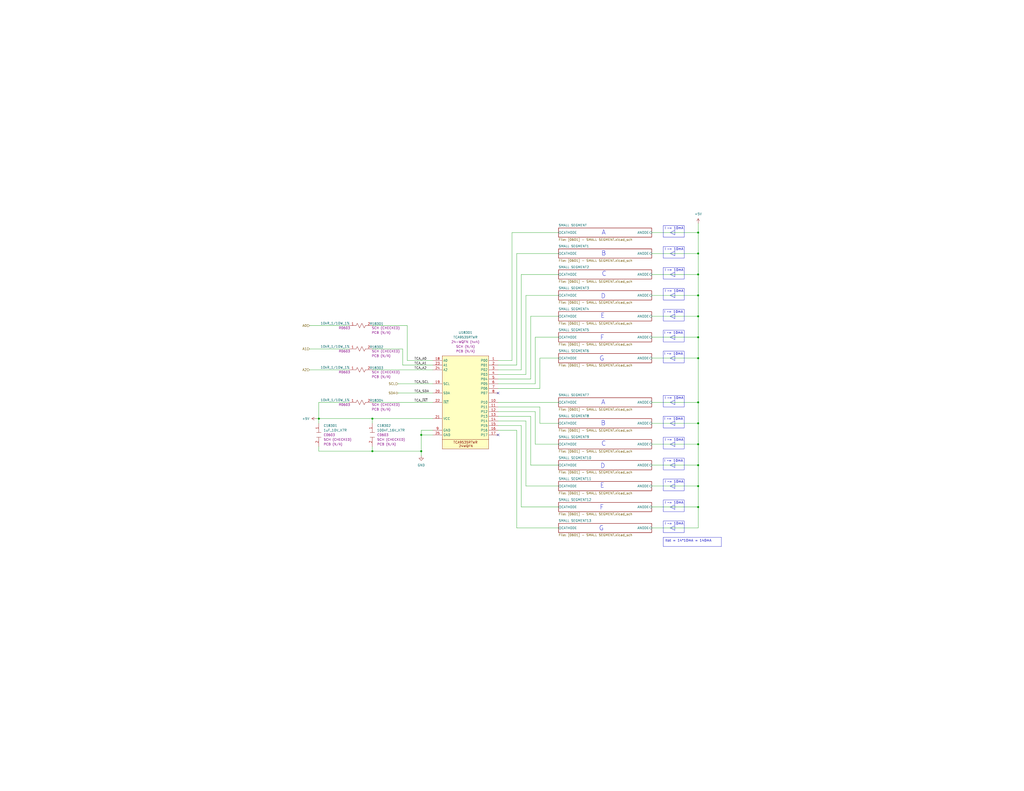
<source format=kicad_sch>
(kicad_sch (version 20231120) (generator "eeschema") (generator_version "8.0")
  (paper "C")
  (title_block (title "Mini-Scoreboard") (date "2024-07-11") (rev "v1.0") (company "Mend0z0") (comment 1 "v1.0") (comment 2 "PRELIMINARY") (comment 3 "Siavash Taher Parvar") (comment 4 "_BOM_Mini-Scoreboard_v1.0.html") (comment 5 "_PCB_Mini-Scoreboard_v1.0.kicad_pcb") (comment 6 "_GBR_Mini-Scoreboard_v1.0.zip") (comment 7 "_ASM_Mini-Scoreboard_v1.0.html") (comment 8 "n/A") (comment 9 "First Release"))
  (lib_symbols
    (symbol "_SCHLIB_Mini-Scoreboard:CAP_CER_100nF_16V_X7R_C0603"
      (property "Reference" "C" (at 3.302 4.318 0))
      (property "Value" "100nF_16V_X7R" (at 3.302 6.858 0))
      (property "Package" "C0603" (at 3.556 36.576 0))
      (property "SCH CHECK" "SCH (CHECKED)" (at 3.556 31.242 0))
      (property "PCB CHECK" "PCB (N/A)" (at 3.556 33.782 0))
      (symbol "CAP_CER_100nF_16V_X7R_C0603_0_0"
        (polyline (pts (xy 5.08 1.27) (xy 5.08 -1.27)))
        (polyline (pts (xy 7.62 1.27) (xy 7.62 -1.27)))
      )
      (symbol "CAP_CER_100nF_16V_X7R_C0603_1_1"
        (pin passive line (at 0 0 0) (length 5.08) (name "") (number "1"))
        (pin passive line (at 12.7 0 180) (length 5.08) (name "") (number "2"))
      )
    )
    (symbol "_SCHLIB_Mini-Scoreboard:CAP_CER_1uF_10V_X7R_C0603"
      (property "Reference" "C" (at 3.556 4.064 0))
      (property "Value" "1uF_10V_X7R" (at 3.81 6.604 0))
      (property "Package" "C0603" (at 3.81 35.306 0))
      (property "SCH CHECK" "SCH (CHECKED)" (at 3.81 29.972 0))
      (property "PCB CHECK" "PCB (N/A)" (at 3.81 32.512 0))
      (symbol "CAP_CER_1uF_10V_X7R_C0603_0_0"
        (polyline (pts (xy 5.08 1.27) (xy 5.08 -1.27)))
        (polyline (pts (xy 7.62 1.27) (xy 7.62 -1.27)))
      )
      (symbol "CAP_CER_1uF_10V_X7R_C0603_1_1"
        (pin passive line (at 0 0 0) (length 5.08) (name "") (number "1"))
        (pin passive line (at 12.7 0 180) (length 5.08) (name "") (number "2"))
      )
    )
    (symbol "_SCHLIB_Mini-Scoreboard:IC_I/O EXPANDER_TCA9535RTWR_16bits_I2C/SMBUS_5.5V_24-WQFN (4x4)"
      (property "Reference" "U" (at 3.556 4.064 0))
      (property "Value" "TCA9535RTWR" (at 3.81 6.604 0))
      (property "Package" "24-WQFN (4x4)" (at 3.81 35.306 0))
      (property "SCH CHECK" "SCH (N/A)" (at 3.81 29.972 0))
      (property "PCB CHECK" "PCB (N/A)" (at 3.81 32.512 0))
      (symbol "IC_I/O EXPANDER_TCA9535RTWR_16bits_I2C/SMBUS_5.5V_24-WQFN (4x4)_1_1"
        (polyline (pts (xy 0 -45.72) (xy 25.4 -45.72)))
        (rectangle (start 0 0) (end 25.4 -50.8) (fill (type background)))
        (text "24WQFN" (at 12.954 -49.276 0) (effects (font (size 1.27 1.27))))
        (text "TCA9535RTWR" (at 12.7 -47.244 0) (effects (font (size 1.27 1.27))))
        (pin passive line (at 30.48 -2.54 180) (length 5.08) (name "P00") (number "1"))
        (pin passive line (at 30.48 -25.4 180) (length 5.08) (name "P10") (number "10"))
        (pin passive line (at 30.48 -27.94 180) (length 5.08) (name "P11") (number "11"))
        (pin passive line (at 30.48 -30.48 180) (length 5.08) (name "P12") (number "12"))
        (pin passive line (at 30.48 -33.02 180) (length 5.08) (name "P13") (number "13"))
        (pin passive line (at 30.48 -35.56 180) (length 5.08) (name "P14") (number "14"))
        (pin passive line (at 30.48 -38.1 180) (length 5.08) (name "P15") (number "15"))
        (pin passive line (at 30.48 -40.64 180) (length 5.08) (name "P16") (number "16"))
        (pin passive line (at 30.48 -43.18 180) (length 5.08) (name "P17") (number "17"))
        (pin passive line (at -5.08 -2.54 0) (length 5.08) (name "A0") (number "18"))
        (pin passive line (at -5.08 -15.24 0) (length 5.08) (name "SCL") (number "19"))
        (pin passive line (at 30.48 -5.08 180) (length 5.08) (name "P01") (number "2"))
        (pin passive line (at -5.08 -20.32 0) (length 5.08) (name "SDA") (number "20"))
        (pin passive line (at -5.08 -34.29 0) (length 5.08) (name "VCC") (number "21"))
        (pin passive line (at -5.08 -25.4 0) (length 5.08) (name "~{INT}") (number "22"))
        (pin passive line (at -5.08 -5.08 0) (length 5.08) (name "A1") (number "23"))
        (pin passive line (at -5.08 -7.62 0) (length 5.08) (name "A2") (number "24"))
        (pin passive line (at -5.08 -43.18 0) (length 5.08) (name "GND") (number "25"))
        (pin passive line (at 30.48 -7.62 180) (length 5.08) (name "P02") (number "3"))
        (pin passive line (at 30.48 -10.16 180) (length 5.08) (name "P03") (number "4"))
        (pin passive line (at 30.48 -12.7 180) (length 5.08) (name "P04") (number "5"))
        (pin passive line (at 30.48 -15.24 180) (length 5.08) (name "P05") (number "6"))
        (pin passive line (at 30.48 -17.78 180) (length 5.08) (name "P06") (number "7"))
        (pin passive line (at 30.48 -20.32 180) (length 5.08) (name "P07") (number "8"))
        (pin passive line (at -5.08 -40.64 0) (length 5.08) (name "GND") (number "9"))
      )
    )
    (symbol "_SCHLIB_Mini-Scoreboard:RES_10kR_1/10W_1%_R0603"
      (property "Reference" "R" (at 3.302 4.572 0))
      (property "Value" "10kR_1/10W_1%" (at 3.302 6.858 0))
      (property "Package" "R0603" (at 3.302 31.242 0))
      (property "SCH CHECK" "SCH (CHECKED)" (at 3.302 26.67 0))
      (property "PCB CHECK" "PCB (N/A)" (at 3.302 28.956 0))
      (symbol "RES_10kR_1/10W_1%_R0603_0_0"
        (polyline (pts (xy 3.81 0) (xy 4.445 1.27) (xy 5.715 -1.27) (xy 6.985 1.27) (xy 8.255 -1.27) (xy 8.89 0)))
      )
      (symbol "RES_10kR_1/10W_1%_R0603_1_1"
        (pin passive line (at 0 0 0) (length 3.81) (name "") (number "1"))
        (pin passive line (at 12.7 0 180) (length 3.81) (name "") (number "2"))
      )
    )
    (symbol "power:+5V" (power) (pin_numbers hide) (pin_names (offset 0) hide)
      (property "Value" "+5V" (at 0 3.556 0))
      (symbol "+5V_0_1"
        (polyline (pts (xy -0.762 1.27) (xy 0 2.54)))
        (polyline (pts (xy 0 0) (xy 0 2.54)))
        (polyline (pts (xy 0 2.54) (xy 0.762 1.27)))
      )
      (symbol "+5V_1_1"
        (pin power_in line (at 0 0 90) (length 0) (name "~") (number "1"))
      )
    )
    (symbol "power:GND" (power) (pin_numbers hide) (pin_names (offset 0) hide)
      (property "Value" "GND" (at 0 -3.81 0))
      (symbol "GND_0_1"
        (polyline (pts (xy 0 0) (xy 0 -1.27) (xy 1.27 -1.27) (xy 0 -2.54) (xy -1.27 -1.27) (xy 0 -1.27)))
      )
      (symbol "GND_1_1"
        (pin power_in line (at 0 0 270) (length 0) (name "~") (number "1"))
      )
    )
  )
  (junction (at 203.2 228.6))
  (junction (at 381 231.14))
  (junction (at 381 172.72))
  (junction (at 229.87 246.38))
  (junction (at 173.99 228.6))
  (junction (at 381 184.15))
  (junction (at 381 242.57))
  (junction (at 381 276.86))
  (junction (at 381 254))
  (junction (at 229.87 237.49))
  (junction (at 381 195.58))
  (junction (at 203.2 246.38))
  (junction (at 381 127))
  (junction (at 381 138.43))
  (junction (at 381 219.71))
  (junction (at 381 149.86))
  (junction (at 381 265.43))
  (junction (at 381 161.29))
  (no_connect (at 271.78 237.49))
  (no_connect (at 271.78 214.63))
  (polyline (pts (xy 368.3 182.88) (xy 368.3 185.42)))
  (wire (pts (xy 203.2 219.71) (xy 236.22 219.71)))
  (polyline (pts (xy 368.3 182.88) (xy 365.76 184.15)))
  (polyline (pts (xy 368.3 218.44) (xy 365.76 219.71)))
  (wire (pts (xy 281.94 288.29) (xy 304.8 288.29)))
  (wire (pts (xy 294.64 195.58) (xy 294.64 212.09)))
  (polyline (pts (xy 365.76 184.15) (xy 368.3 185.42)))
  (polyline (pts (xy 368.3 171.45) (xy 365.76 172.72)))
  (wire (pts (xy 292.1 224.79) (xy 292.1 242.57)))
  (polyline (pts (xy 368.3 229.87) (xy 365.76 231.14)))
  (polyline (pts (xy 368.3 252.73) (xy 368.3 255.27)))
  (polyline (pts (xy 368.3 241.3) (xy 368.3 243.84)))
  (wire (pts (xy 173.99 228.6) (xy 173.99 231.14)))
  (wire (pts (xy 203.2 190.5) (xy 219.71 190.5)))
  (wire (pts (xy 289.56 172.72) (xy 304.8 172.72)))
  (wire (pts (xy 355.6 288.29) (xy 381 288.29)))
  (polyline (pts (xy 368.3 275.59) (xy 368.3 278.13)))
  (wire (pts (xy 294.64 222.25) (xy 294.64 231.14)))
  (wire (pts (xy 381 172.72) (xy 381 161.29)))
  (wire (pts (xy 173.99 228.6) (xy 203.2 228.6)))
  (wire (pts (xy 284.48 232.41) (xy 284.48 276.86)))
  (wire (pts (xy 219.71 199.39) (xy 236.22 199.39)))
  (wire (pts (xy 287.02 204.47) (xy 271.78 204.47)))
  (wire (pts (xy 168.91 201.93) (xy 190.5 201.93)))
  (wire (pts (xy 229.87 237.49) (xy 229.87 234.95)))
  (wire (pts (xy 271.78 196.85) (xy 279.4 196.85)))
  (wire (pts (xy 381 149.86) (xy 381 138.43)))
  (wire (pts (xy 289.56 172.72) (xy 289.56 207.01)))
  (polyline (pts (xy 368.3 287.02) (xy 365.76 288.29)))
  (wire (pts (xy 355.6 219.71) (xy 381 219.71)))
  (wire (pts (xy 271.78 199.39) (xy 281.94 199.39)))
  (wire (pts (xy 292.1 242.57) (xy 304.8 242.57)))
  (wire (pts (xy 222.25 177.8) (xy 222.25 196.85)))
  (wire (pts (xy 284.48 201.93) (xy 271.78 201.93)))
  (wire (pts (xy 287.02 229.87) (xy 287.02 265.43)))
  (wire (pts (xy 355.6 242.57) (xy 381 242.57)))
  (wire (pts (xy 355.6 231.14) (xy 381 231.14)))
  (wire (pts (xy 222.25 196.85) (xy 236.22 196.85)))
  (polyline (pts (xy 368.3 137.16) (xy 365.76 138.43)))
  (wire (pts (xy 381 127) (xy 355.6 127)))
  (wire (pts (xy 355.6 195.58) (xy 381 195.58)))
  (wire (pts (xy 355.6 172.72) (xy 381 172.72)))
  (wire (pts (xy 172.72 228.6) (xy 173.99 228.6)))
  (polyline (pts (xy 368.3 137.16) (xy 368.3 139.7)))
  (polyline (pts (xy 365.76 242.57) (xy 368.3 243.84)))
  (wire (pts (xy 381 121.92) (xy 381 127)))
  (wire (pts (xy 289.56 227.33) (xy 289.56 254)))
  (polyline (pts (xy 365.76 127) (xy 368.3 128.27)))
  (wire (pts (xy 284.48 276.86) (xy 304.8 276.86)))
  (wire (pts (xy 381 242.57) (xy 381 254)))
  (wire (pts (xy 217.17 209.55) (xy 236.22 209.55)))
  (polyline (pts (xy 365.76 254) (xy 368.3 255.27)))
  (wire (pts (xy 229.87 248.92) (xy 229.87 246.38)))
  (wire (pts (xy 287.02 161.29) (xy 304.8 161.29)))
  (wire (pts (xy 287.02 161.29) (xy 287.02 204.47)))
  (polyline (pts (xy 368.3 252.73) (xy 365.76 254)))
  (wire (pts (xy 271.78 234.95) (xy 281.94 234.95)))
  (wire (pts (xy 292.1 209.55) (xy 271.78 209.55)))
  (wire (pts (xy 381 219.71) (xy 381 231.14)))
  (wire (pts (xy 168.91 177.8) (xy 190.5 177.8)))
  (wire (pts (xy 271.78 232.41) (xy 284.48 232.41)))
  (wire (pts (xy 173.99 219.71) (xy 173.99 228.6)))
  (polyline (pts (xy 365.76 161.29) (xy 368.3 162.56)))
  (wire (pts (xy 219.71 190.5) (xy 219.71 199.39)))
  (wire (pts (xy 173.99 243.84) (xy 173.99 246.38)))
  (wire (pts (xy 294.64 231.14) (xy 304.8 231.14)))
  (polyline (pts (xy 368.3 264.16) (xy 365.76 265.43)))
  (wire (pts (xy 229.87 246.38) (xy 229.87 237.49)))
  (wire (pts (xy 381 161.29) (xy 381 149.86)))
  (wire (pts (xy 217.17 214.63) (xy 236.22 214.63)))
  (wire (pts (xy 381 265.43) (xy 381 254)))
  (polyline (pts (xy 365.76 138.43) (xy 368.3 139.7)))
  (polyline (pts (xy 365.76 149.86) (xy 368.3 151.13)))
  (polyline (pts (xy 365.76 195.58) (xy 368.3 196.85)))
  (polyline (pts (xy 368.3 194.31) (xy 368.3 196.85)))
  (wire (pts (xy 271.78 227.33) (xy 289.56 227.33)))
  (wire (pts (xy 381 138.43) (xy 381 127)))
  (polyline (pts (xy 368.3 125.73) (xy 365.76 127)))
  (wire (pts (xy 203.2 228.6) (xy 236.22 228.6)))
  (polyline (pts (xy 368.3 125.73) (xy 368.3 128.27)))
  (polyline (pts (xy 368.3 171.45) (xy 368.3 173.99)))
  (wire (pts (xy 203.2 246.38) (xy 229.87 246.38)))
  (wire (pts (xy 292.1 184.15) (xy 304.8 184.15)))
  (polyline (pts (xy 365.76 288.29) (xy 368.3 289.56)))
  (wire (pts (xy 168.91 190.5) (xy 190.5 190.5)))
  (polyline (pts (xy 368.3 148.59) (xy 368.3 151.13)))
  (wire (pts (xy 281.94 138.43) (xy 304.8 138.43)))
  (polyline (pts (xy 368.3 241.3) (xy 365.76 242.57)))
  (wire (pts (xy 284.48 149.86) (xy 284.48 201.93)))
  (polyline (pts (xy 368.3 287.02) (xy 368.3 289.56)))
  (wire (pts (xy 292.1 184.15) (xy 292.1 209.55)))
  (polyline (pts (xy 368.3 264.16) (xy 368.3 266.7)))
  (wire (pts (xy 229.87 237.49) (xy 236.22 237.49)))
  (wire (pts (xy 294.64 195.58) (xy 304.8 195.58)))
  (wire (pts (xy 203.2 177.8) (xy 222.25 177.8)))
  (wire (pts (xy 203.2 228.6) (xy 203.2 231.14)))
  (wire (pts (xy 381 195.58) (xy 381 219.71)))
  (wire (pts (xy 355.6 184.15) (xy 381 184.15)))
  (wire (pts (xy 289.56 254) (xy 304.8 254)))
  (wire (pts (xy 355.6 149.86) (xy 381 149.86)))
  (polyline (pts (xy 365.76 172.72) (xy 368.3 173.99)))
  (polyline (pts (xy 365.76 219.71) (xy 368.3 220.98)))
  (wire (pts (xy 279.4 127) (xy 304.8 127)))
  (wire (pts (xy 173.99 246.38) (xy 203.2 246.38)))
  (wire (pts (xy 355.6 265.43) (xy 381 265.43)))
  (wire (pts (xy 355.6 254) (xy 381 254)))
  (wire (pts (xy 381 265.43) (xy 381 276.86)))
  (wire (pts (xy 381 231.14) (xy 381 242.57)))
  (wire (pts (xy 294.64 212.09) (xy 271.78 212.09)))
  (polyline (pts (xy 365.76 231.14) (xy 368.3 232.41)))
  (polyline (pts (xy 368.3 194.31) (xy 365.76 195.58)))
  (wire (pts (xy 381 195.58) (xy 381 184.15)))
  (wire (pts (xy 287.02 265.43) (xy 304.8 265.43)))
  (wire (pts (xy 381 276.86) (xy 381 288.29)))
  (wire (pts (xy 355.6 161.29) (xy 381 161.29)))
  (wire (pts (xy 281.94 199.39) (xy 281.94 138.43)))
  (wire (pts (xy 190.5 219.71) (xy 173.99 219.71)))
  (wire (pts (xy 271.78 229.87) (xy 287.02 229.87)))
  (wire (pts (xy 355.6 138.43) (xy 381 138.43)))
  (wire (pts (xy 381 184.15) (xy 381 172.72)))
  (wire (pts (xy 271.78 224.79) (xy 292.1 224.79)))
  (wire (pts (xy 304.8 149.86) (xy 284.48 149.86)))
  (polyline (pts (xy 368.3 148.59) (xy 365.76 149.86)))
  (wire (pts (xy 355.6 276.86) (xy 381 276.86)))
  (polyline (pts (xy 365.76 265.43) (xy 368.3 266.7)))
  (wire (pts (xy 279.4 196.85) (xy 279.4 127)))
  (polyline (pts (xy 365.76 276.86) (xy 368.3 278.13)))
  (wire (pts (xy 203.2 201.93) (xy 236.22 201.93)))
  (wire (pts (xy 271.78 219.71) (xy 304.8 219.71)))
  (wire (pts (xy 289.56 207.01) (xy 271.78 207.01)))
  (wire (pts (xy 281.94 234.95) (xy 281.94 288.29)))
  (wire (pts (xy 229.87 234.95) (xy 236.22 234.95)))
  (polyline (pts (xy 368.3 218.44) (xy 368.3 220.98)))
  (polyline (pts (xy 368.3 229.87) (xy 368.3 232.41)))
  (wire (pts (xy 271.78 222.25) (xy 294.64 222.25)))
  (wire (pts (xy 203.2 243.84) (xy 203.2 246.38)))
  (polyline (pts (xy 368.3 275.59) (xy 365.76 276.86)))
  (polyline (pts (xy 368.3 160.02) (xy 365.76 161.29)))
  (polyline (pts (xy 368.3 160.02) (xy 368.3 162.56)))
  (rectangle (start 361.95 284.48) (end 373.38 290.83))
  (rectangle (start 361.95 250.19) (end 373.38 256.54))
  (rectangle (start 361.95 180.34) (end 373.38 186.69))
  (rectangle (start 361.95 227.33) (end 373.38 233.68))
  (rectangle (start 361.95 191.77) (end 373.38 198.12))
  (rectangle (start 361.95 134.62) (end 373.38 140.97))
  (rectangle (start 361.95 261.62) (end 373.38 267.97))
  (rectangle (start 361.95 273.05) (end 373.38 279.4))
  (rectangle (start 361.95 146.05) (end 373.38 152.4))
  (rectangle (start 361.95 215.9) (end 373.38 222.25))
  (rectangle (start 361.95 238.76) (end 373.38 245.11))
  (rectangle (start 361.95 168.91) (end 373.38 175.26))
  (rectangle (start 361.95 123.19) (end 373.38 129.54))
  (rectangle (start 361.95 157.48) (end 373.38 163.83))
  (text_box "Itot = 14*10mA = 140mA" (at 361.95 293.37 0) (size 31.75 5.08) (effects (font (size 1.27 1.27)) (justify left top)))
  (text "I ~= 10mA" (at 367.538 181.864 0) (effects (font (size 1.27 1.27))))
  (text "I ~= 10mA" (at 367.792 217.424 0) (effects (font (size 1.27 1.27))))
  (text "D" (at 328.93 254.508 0) (effects (font (size 2.54 2.54))))
  (text "C" (at 329.438 242.316 0) (effects (font (size 2.54 2.54))))
  (text "I ~= 10mA" (at 367.792 147.574 0) (effects (font (size 1.27 1.27))))
  (text "B" (at 329.438 138.43 0) (effects (font (size 2.54 2.54))))
  (text "I ~= 10mA" (at 367.538 228.854 0) (effects (font (size 1.27 1.27))))
  (text "A" (at 329.184 219.71 0) (effects (font (size 2.54 2.54))))
  (text "I ~= 10mA" (at 367.538 251.714 0) (effects (font (size 1.27 1.27))))
  (text "D" (at 329.184 161.798 0) (effects (font (size 2.54 2.54))))
  (text "A" (at 329.438 127 0) (effects (font (size 2.54 2.54))))
  (text "B" (at 329.184 231.14 0) (effects (font (size 2.54 2.54))))
  (text "I ~= 10mA" (at 367.792 263.144 0) (effects (font (size 1.27 1.27))))
  (text "I ~= 10mA" (at 367.792 240.284 0) (effects (font (size 1.27 1.27))))
  (text "F" (at 328.676 184.404 0) (effects (font (size 2.54 2.54))))
  (text "I ~= 10mA" (at 367.792 274.574 0) (effects (font (size 1.27 1.27))))
  (text "G" (at 328.168 288.544 0) (effects (font (size 2.54 2.54))))
  (text "F" (at 328.422 277.114 0) (effects (font (size 2.54 2.54))))
  (text "I ~= 10mA" (at 367.538 193.294 0) (effects (font (size 1.27 1.27))))
  (text "I ~= 10mA" (at 367.792 286.004 0) (effects (font (size 1.27 1.27))))
  (text "G" (at 328.422 195.834 0) (effects (font (size 2.54 2.54))))
  (text "E" (at 328.676 265.176 0) (effects (font (size 2.54 2.54))))
  (text "C" (at 329.692 149.606 0) (effects (font (size 2.54 2.54))))
  (text "I ~= 10mA" (at 367.792 159.004 0) (effects (font (size 1.27 1.27))))
  (text "E" (at 328.93 172.466 0) (effects (font (size 2.54 2.54))))
  (text "I ~= 10mA" (at 367.792 124.714 0) (effects (font (size 1.27 1.27))))
  (text "I ~= 10mA" (at 367.792 136.144 0) (effects (font (size 1.27 1.27))))
  (text "I ~= 10mA" (at 367.538 170.434 0) (effects (font (size 1.27 1.27))))
  (label "TCA_A2" (at 226.06 201.93 0))
  (label "TCA_A1" (at 226.06 199.39 0))
  (label "TCA_~{INT}" (at 226.06 219.71 0))
  (label "TCA_SCL" (at 226.06 209.55 0))
  (label "TCA_SDA" (at 226.06 214.63 0))
  (label "TCA_A0" (at 226.06 196.85 0))
  (hierarchical_label "SCL" (shape input) (at 217.17 209.55 180))
  (hierarchical_label "A2" (shape input) (at 168.91 201.93 180))
  (hierarchical_label "A0" (shape input) (at 168.91 177.8 180))
  (hierarchical_label "SDA" (shape bidirectional) (at 217.17 214.63 180))
  (hierarchical_label "A1" (shape input) (at 168.91 190.5 180))
  (symbol (lib_id "_SCHLIB_Mini-Scoreboard:IC_I/O EXPANDER_TCA9535RTWR_16bits_I2C/SMBUS_5.5V_24-WQFN (4x4)") (at 241.3 194.31 0) (unit 1)
    (property "Reference" "U18301" (at 254 181.61 0))
    (property "Value" "TCA9535RTWR" (at 254 184.15 0))
    (property "Footprint" "_PCBLIB_Mini-Scoreboard:24WQFN_2P45X2P45" (effects (hide yes)))
    (property "Datasheet" "https://www.ti.com/general/docs/suppproductinfo.tsp?distId=10&gotoUrl=https%3A%2F%2Fwww.ti.com%2Flit%2Fgpn%2Ftca9535" (effects (hide yes)))
    (property "Description" "I/O Expander 16 I2C, SMBus 400 kHz 24-WQFN (4x4)" (effects (hide yes)))
    (property "Package" "24-WQFN (4x4)" (at 254 186.69 0))
    (property "Part Number (Manufacturer)" "TCA9535RTWR" (effects (hide yes)))
    (property "Manufacturer" "Texas Instruments" (effects (hide yes)))
    (property "Part Number (Vendor)" "296-25156-2-ND" (effects (hide yes)))
    (property "Vendor" "Digikey" (effects (hide yes)))
    (property "Purchase Link" "https://www.digikey.ca/en/products/detail/texas-instruments/TCA9535RTWR/2170374" (effects (hide yes)))
    (property "SCH CHECK" "SCH (N/A)" (at 254 189.23 0))
    (property "PCB CHECK" "PCB (N/A)" (at 254 191.77 0))
    (instances (project "" (path "" (reference "U18301") (unit 1)) (path "" (reference "U19801") (unit 1)) (path "" (reference "U6601") (unit 1)) (path "" (reference "U5101") (unit 1)) (path "" (reference "U14701") (unit 1))))
  )
  (symbol (lib_id "_SCHLIB_Mini-Scoreboard:RES_10kR_1/10W_1%_R0603") (at 190.5 219.71 0) (unit 1)
    (property "Reference" "R18304" (at 205.486 218.694 0))
    (property "Value" "10kR_1/10W_1%" (at 182.88 218.44 0))
    (property "Footprint" "Resistor_SMD:R_0603_1608Metric" (effects (hide yes)))
    (property "Datasheet" "https://www.seielect.com/catalog/sei-rmcf_rmcp.pdf" (effects (hide yes)))
    (property "Description" "10 kOhms ±1% 0.1W, 1/10W Chip Resistor 0603 (1608 Metric) Automotive AEC-Q200 Thick Film" (effects (hide yes)))
    (property "Package" "R0603" (at 187.96 220.98 0))
    (property "Part Number (Manufacturer)" "RMCF0603FT10K0" (effects (hide yes)))
    (property "Manufacturer" "Stackpole Electronics Inc" (effects (hide yes)))
    (property "Part Number (Vendor)" "RMCF0603FT10K0TR-ND" (effects (hide yes)))
    (property "Vendor" "Digikey" (effects (hide yes)))
    (property "Purchase Link" "https://www.digikey.ca/en/products/detail/stackpole-electronics-inc/RMCF0603FT10K0/1761235" (effects (hide yes)))
    (property "SCH CHECK" "SCH (CHECKED)" (at 210.566 220.98 0))
    (property "PCB CHECK" "PCB (N/A)" (at 208.026 223.52 0))
    (instances (project "_HW_Mini-Scoreboard" (path "" (reference "R18304") (unit 1)) (path "" (reference "R19804") (unit 1)) (path "" (reference "R6604") (unit 1)) (path "" (reference "R5104") (unit 1)) (path "" (reference "R14704") (unit 1))))
  )
  (symbol (lib_id "_SCHLIB_Mini-Scoreboard:RES_10kR_1/10W_1%_R0603") (at 190.5 190.5 0) (unit 1)
    (property "Reference" "R18302" (at 205.486 189.484 0))
    (property "Value" "10kR_1/10W_1%" (at 182.88 189.23 0))
    (property "Footprint" "Resistor_SMD:R_0603_1608Metric" (effects (hide yes)))
    (property "Datasheet" "https://www.seielect.com/catalog/sei-rmcf_rmcp.pdf" (effects (hide yes)))
    (property "Description" "10 kOhms ±1% 0.1W, 1/10W Chip Resistor 0603 (1608 Metric) Automotive AEC-Q200 Thick Film" (effects (hide yes)))
    (property "Package" "R0603" (at 187.96 191.77 0))
    (property "Part Number (Manufacturer)" "RMCF0603FT10K0" (effects (hide yes)))
    (property "Manufacturer" "Stackpole Electronics Inc" (effects (hide yes)))
    (property "Part Number (Vendor)" "RMCF0603FT10K0TR-ND" (effects (hide yes)))
    (property "Vendor" "Digikey" (effects (hide yes)))
    (property "Purchase Link" "https://www.digikey.ca/en/products/detail/stackpole-electronics-inc/RMCF0603FT10K0/1761235" (effects (hide yes)))
    (property "SCH CHECK" "SCH (CHECKED)" (at 210.566 191.77 0))
    (property "PCB CHECK" "PCB (N/A)" (at 208.026 194.31 0))
    (instances (project "_HW_Mini-Scoreboard" (path "" (reference "R18302") (unit 1)) (path "" (reference "R19802") (unit 1)) (path "" (reference "R6602") (unit 1)) (path "" (reference "R5102") (unit 1)) (path "" (reference "R14702") (unit 1))))
  )
  (symbol (lib_id "_SCHLIB_Mini-Scoreboard:RES_10kR_1/10W_1%_R0603") (at 190.5 201.93 0) (unit 1)
    (property "Reference" "R18303" (at 205.486 200.914 0))
    (property "Value" "10kR_1/10W_1%" (at 182.88 200.66 0))
    (property "Footprint" "Resistor_SMD:R_0603_1608Metric" (effects (hide yes)))
    (property "Datasheet" "https://www.seielect.com/catalog/sei-rmcf_rmcp.pdf" (effects (hide yes)))
    (property "Description" "10 kOhms ±1% 0.1W, 1/10W Chip Resistor 0603 (1608 Metric) Automotive AEC-Q200 Thick Film" (effects (hide yes)))
    (property "Package" "R0603" (at 187.96 203.2 0))
    (property "Part Number (Manufacturer)" "RMCF0603FT10K0" (effects (hide yes)))
    (property "Manufacturer" "Stackpole Electronics Inc" (effects (hide yes)))
    (property "Part Number (Vendor)" "RMCF0603FT10K0TR-ND" (effects (hide yes)))
    (property "Vendor" "Digikey" (effects (hide yes)))
    (property "Purchase Link" "https://www.digikey.ca/en/products/detail/stackpole-electronics-inc/RMCF0603FT10K0/1761235" (effects (hide yes)))
    (property "SCH CHECK" "SCH (CHECKED)" (at 210.566 203.2 0))
    (property "PCB CHECK" "PCB (N/A)" (at 208.026 205.74 0))
    (instances (project "_HW_Mini-Scoreboard" (path "" (reference "R18303") (unit 1)) (path "" (reference "R19803") (unit 1)) (path "" (reference "R6603") (unit 1)) (path "" (reference "R5103") (unit 1)) (path "" (reference "R14703") (unit 1))))
  )
  (symbol (lib_id "_SCHLIB_Mini-Scoreboard:CAP_CER_1uF_10V_X7R_C0603") (at 173.99 231.14 270) (unit 1)
    (property "Reference" "C18301" (at 176.53 232.4099 90) (effects (justify left)))
    (property "Value" "1uF_10V_X7R" (at 176.53 234.9499 90) (effects (justify left)))
    (property "Footprint" "Capacitor_SMD:C_0603_1608Metric" (effects (hide yes)))
    (property "Datasheet" "https://mm.digikey.com/Volume0/opasdata/d220001/medias/docus/3584/CL10B105KP8NNNC_Spec.pdf" (effects (hide yes)))
    (property "Description" "1 µF ±10% 10V Ceramic Capacitor X7R 0603 (1608 Metric)" (effects (hide yes)))
    (property "Package" "C0603" (at 176.53 237.4899 90) (effects (justify left)))
    (property "Part Number (Manufacturer)" "CL10B105KP8NNNC" (effects (hide yes)))
    (property "Manufacturer" "Samsung Electro-Mechanics" (effects (hide yes)))
    (property "Part Number (Vendor)" "1276-1946-2-ND" (effects (hide yes)))
    (property "Vendor" "Digikey" (effects (hide yes)))
    (property "Purchase Link" "https://www.digikey.ca/en/products/detail/samsung-electro-mechanics/CL10B105KP8NNNC/3887604" (effects (hide yes)))
    (property "SCH CHECK" "SCH (CHECKED)" (at 176.53 240.0299 90) (effects (justify left)))
    (property "PCB CHECK" "PCB (N/A)" (at 176.53 242.5699 90) (effects (justify left)))
    (instances (project "" (path "" (reference "C18301") (unit 1)) (path "" (reference "C19801") (unit 1)) (path "" (reference "C6601") (unit 1)) (path "" (reference "C5101") (unit 1)) (path "" (reference "C14701") (unit 1))))
  )
  (symbol (lib_id "power:+5V") (at 172.72 228.6 90) (unit 1)
    (property "Reference" "#PWR018301" (effects (hide yes)))
    (property "Value" "+5V" (at 168.91 228.5999 90) (effects (justify left)))
    (property "Description" "Power symbol creates a global label with name \"+5V\"" (effects (hide yes)))
    (instances (project "_HW_Mini-Scoreboard" (path "" (reference "#PWR018301") (unit 1)) (path "" (reference "#PWR019801") (unit 1)) (path "" (reference "#PWR06601") (unit 1)) (path "" (reference "#PWR05101") (unit 1)) (path "" (reference "#PWR014701") (unit 1))))
  )
  (symbol (lib_id "_SCHLIB_Mini-Scoreboard:CAP_CER_100nF_16V_X7R_C0603") (at 203.2 231.14 270) (unit 1)
    (property "Reference" "C18302" (at 205.74 232.4099 90) (effects (justify left)))
    (property "Value" "100nF_16V_X7R" (at 205.74 234.9499 90) (effects (justify left)))
    (property "Footprint" "Capacitor_SMD:C_0603_1608Metric" (effects (hide yes)))
    (property "Datasheet" "https://mm.digikey.com/Volume0/opasdata/d220001/medias/docus/609/CL10B104KO8NNNC_Spec.pdf" (effects (hide yes)))
    (property "Description" "0.1 µF ±10% 16V Ceramic Capacitor X7R 0603 (1608 Metric)" (effects (hide yes)))
    (property "Package" "C0603" (at 205.74 237.4899 90) (effects (justify left)))
    (property "Part Number (Manufacturer)" "CL10B104KO8NNNC" (effects (hide yes)))
    (property "Manufacturer" "Samsung Electro-Mechanics" (effects (hide yes)))
    (property "Part Number (Vendor)" "1276-1005-2-ND" (effects (hide yes)))
    (property "Vendor" "Digikey" (effects (hide yes)))
    (property "Purchase Link" "https://www.digikey.ca/en/products/detail/samsung-electro-mechanics/CL10B104KO8NNNC/3886663" (effects (hide yes)))
    (property "SCH CHECK" "SCH (CHECKED)" (at 205.74 240.0299 90) (effects (justify left)))
    (property "PCB CHECK" "PCB (N/A)" (at 205.74 242.5699 90) (effects (justify left)))
    (instances (project "" (path "" (reference "C18302") (unit 1)) (path "" (reference "C19802") (unit 1)) (path "" (reference "C6602") (unit 1)) (path "" (reference "C5102") (unit 1)) (path "" (reference "C14702") (unit 1))))
  )
  (symbol (lib_id "_SCHLIB_Mini-Scoreboard:RES_10kR_1/10W_1%_R0603") (at 190.5 177.8 0) (unit 1)
    (property "Reference" "R18301" (at 205.486 176.784 0))
    (property "Value" "10kR_1/10W_1%" (at 182.88 176.53 0))
    (property "Footprint" "Resistor_SMD:R_0603_1608Metric" (effects (hide yes)))
    (property "Datasheet" "https://www.seielect.com/catalog/sei-rmcf_rmcp.pdf" (effects (hide yes)))
    (property "Description" "10 kOhms ±1% 0.1W, 1/10W Chip Resistor 0603 (1608 Metric) Automotive AEC-Q200 Thick Film" (effects (hide yes)))
    (property "Package" "R0603" (at 187.96 179.07 0))
    (property "Part Number (Manufacturer)" "RMCF0603FT10K0" (effects (hide yes)))
    (property "Manufacturer" "Stackpole Electronics Inc" (effects (hide yes)))
    (property "Part Number (Vendor)" "RMCF0603FT10K0TR-ND" (effects (hide yes)))
    (property "Vendor" "Digikey" (effects (hide yes)))
    (property "Purchase Link" "https://www.digikey.ca/en/products/detail/stackpole-electronics-inc/RMCF0603FT10K0/1761235" (effects (hide yes)))
    (property "SCH CHECK" "SCH (CHECKED)" (at 210.566 179.07 0))
    (property "PCB CHECK" "PCB (N/A)" (at 208.026 181.61 0))
    (instances (project "" (path "" (reference "R18301") (unit 1)) (path "" (reference "R19801") (unit 1)) (path "" (reference "R6601") (unit 1)) (path "" (reference "R5101") (unit 1)) (path "" (reference "R14701") (unit 1))))
  )
  (symbol (lib_id "power:GND") (at 229.87 248.92 0) (unit 1)
    (property "Reference" "#PWR018302" (effects (hide yes)))
    (property "Value" "GND" (at 229.87 254 0))
    (property "Description" "Power symbol creates a global label with name \"GND\" , ground" (effects (hide yes)))
    (instances (project "_HW_Mini-Scoreboard" (path "" (reference "#PWR018302") (unit 1)) (path "" (reference "#PWR019802") (unit 1)) (path "" (reference "#PWR06602") (unit 1)) (path "" (reference "#PWR05102") (unit 1)) (path "" (reference "#PWR014702") (unit 1))))
  )
  (symbol (lib_id "power:+5V") (at 381 121.92 0) (unit 1)
    (property "Reference" "#PWR018303" (effects (hide yes)))
    (property "Value" "+5V" (at 381 116.84 0))
    (property "Description" "Power symbol creates a global label with name \"+5V\"" (effects (hide yes)))
    (instances (project "" (path "" (reference "#PWR018303") (unit 1)) (path "" (reference "#PWR019803") (unit 1)) (path "" (reference "#PWR06603") (unit 1)) (path "" (reference "#PWR05103") (unit 1)) (path "" (reference "#PWR014703") (unit 1))))
  )
  (sheet (at 304.8 240.03) (size 50.8 5.08) (stroke (width 0.1524))
    (property "Sheetname" "SMALL SEGMENT9" (at 304.8 239.3184 0) (effects (justify left bottom)))
    (property "Sheetfile" "[0601] - SMALL SEGMENT.kicad_sch" (at 304.8 245.6946 0) (effects (justify left top)))
    (pin "CATHODE" output (at 304.8 242.57 180))
    (pin "ANODE" input (at 355.6 242.57 0))
  )
  (sheet (at 304.8 147.32) (size 50.8 5.08) (stroke (width 0.1524))
    (property "Sheetname" "SMALL SEGMENT2" (at 304.8 146.6084 0) (effects (justify left bottom)))
    (property "Sheetfile" "[0601] - SMALL SEGMENT.kicad_sch" (at 304.8 152.9846 0) (effects (justify left top)))
    (pin "CATHODE" output (at 304.8 149.86 180))
    (pin "ANODE" input (at 355.6 149.86 0))
  )
  (sheet (at 304.8 181.61) (size 50.8 5.08) (stroke (width 0.1524))
    (property "Sheetname" "SMALL SEGMENT5" (at 304.8 180.8984 0) (effects (justify left bottom)))
    (property "Sheetfile" "[0601] - SMALL SEGMENT.kicad_sch" (at 304.8 187.2746 0) (effects (justify left top)))
    (pin "CATHODE" output (at 304.8 184.15 180))
    (pin "ANODE" input (at 355.6 184.15 0))
  )
  (sheet (at 304.8 193.04) (size 50.8 5.08) (stroke (width 0.1524))
    (property "Sheetname" "SMALL SEGMENT6" (at 304.8 192.3284 0) (effects (justify left bottom)))
    (property "Sheetfile" "[0601] - SMALL SEGMENT.kicad_sch" (at 304.8 198.7046 0) (effects (justify left top)))
    (pin "CATHODE" output (at 304.8 195.58 180))
    (pin "ANODE" input (at 355.6 195.58 0))
  )
  (sheet (at 304.8 135.89) (size 50.8 5.08) (stroke (width 0.1524))
    (property "Sheetname" "SMALL SEGMENT1" (at 304.8 135.1784 0) (effects (justify left bottom)))
    (property "Sheetfile" "[0601] - SMALL SEGMENT.kicad_sch" (at 304.8 141.5546 0) (effects (justify left top)))
    (pin "CATHODE" output (at 304.8 138.43 180))
    (pin "ANODE" input (at 355.6 138.43 0))
  )
  (sheet (at 304.8 170.18) (size 50.8 5.08) (stroke (width 0.1524))
    (property "Sheetname" "SMALL SEGMENT4" (at 304.8 169.4684 0) (effects (justify left bottom)))
    (property "Sheetfile" "[0601] - SMALL SEGMENT.kicad_sch" (at 304.8 175.8446 0) (effects (justify left top)))
    (pin "CATHODE" output (at 304.8 172.72 180))
    (pin "ANODE" input (at 355.6 172.72 0))
  )
  (sheet (at 304.8 228.6) (size 50.8 5.08) (stroke (width 0.1524))
    (property "Sheetname" "SMALL SEGMENT8" (at 304.8 227.8884 0) (effects (justify left bottom)))
    (property "Sheetfile" "[0601] - SMALL SEGMENT.kicad_sch" (at 304.8 234.2646 0) (effects (justify left top)))
    (pin "CATHODE" output (at 304.8 231.14 180))
    (pin "ANODE" input (at 355.6 231.14 0))
  )
  (sheet (at 304.8 285.75) (size 50.8 5.08) (stroke (width 0.1524))
    (property "Sheetname" "SMALL SEGMENT13" (at 304.8 285.0384 0) (effects (justify left bottom)))
    (property "Sheetfile" "[0601] - SMALL SEGMENT.kicad_sch" (at 304.8 291.4146 0) (effects (justify left top)))
    (pin "CATHODE" output (at 304.8 288.29 180))
    (pin "ANODE" input (at 355.6 288.29 0))
  )
  (sheet (at 304.8 274.32) (size 50.8 5.08) (stroke (width 0.1524))
    (property "Sheetname" "SMALL SEGMENT12" (at 304.8 273.6084 0) (effects (justify left bottom)))
    (property "Sheetfile" "[0601] - SMALL SEGMENT.kicad_sch" (at 304.8 279.9846 0) (effects (justify left top)))
    (pin "CATHODE" output (at 304.8 276.86 180))
    (pin "ANODE" input (at 355.6 276.86 0))
  )
  (sheet (at 304.8 251.46) (size 50.8 5.08) (stroke (width 0.1524))
    (property "Sheetname" "SMALL SEGMENT10" (at 304.8 250.7484 0) (effects (justify left bottom)))
    (property "Sheetfile" "[0601] - SMALL SEGMENT.kicad_sch" (at 304.8 257.1246 0) (effects (justify left top)))
    (pin "CATHODE" output (at 304.8 254 180))
    (pin "ANODE" input (at 355.6 254 0))
  )
  (sheet (at 304.8 158.75) (size 50.8 5.08) (stroke (width 0.1524))
    (property "Sheetname" "SMALL SEGMENT3" (at 304.8 158.0384 0) (effects (justify left bottom)))
    (property "Sheetfile" "[0601] - SMALL SEGMENT.kicad_sch" (at 304.8 164.4146 0) (effects (justify left top)))
    (pin "CATHODE" output (at 304.8 161.29 180))
    (pin "ANODE" input (at 355.6 161.29 0))
  )
  (sheet (at 304.8 262.89) (size 50.8 5.08) (stroke (width 0.1524))
    (property "Sheetname" "SMALL SEGMENT11" (at 304.8 262.1784 0) (effects (justify left bottom)))
    (property "Sheetfile" "[0601] - SMALL SEGMENT.kicad_sch" (at 304.8 268.5546 0) (effects (justify left top)))
    (pin "CATHODE" output (at 304.8 265.43 180))
    (pin "ANODE" input (at 355.6 265.43 0))
  )
  (sheet (at 304.8 217.17) (size 50.8 5.08) (stroke (width 0.1524))
    (property "Sheetname" "SMALL SEGMENT7" (at 304.8 216.4584 0) (effects (justify left bottom)))
    (property "Sheetfile" "[0601] - SMALL SEGMENT.kicad_sch" (at 304.8 222.8346 0) (effects (justify left top)))
    (pin "CATHODE" output (at 304.8 219.71 180))
    (pin "ANODE" input (at 355.6 219.71 0))
  )
  (sheet (at 304.8 124.46) (size 50.8 5.08) (stroke (width 0.1524))
    (property "Sheetname" "SMALL SEGMENT" (at 304.8 123.7484 0) (effects (justify left bottom)))
    (property "Sheetfile" "[0601] - SMALL SEGMENT.kicad_sch" (at 304.8 130.1246 0) (effects (justify left top)))
    (pin "CATHODE" output (at 304.8 127 180))
    (pin "ANODE" input (at 355.6 127 0))
  )
)
</source>
